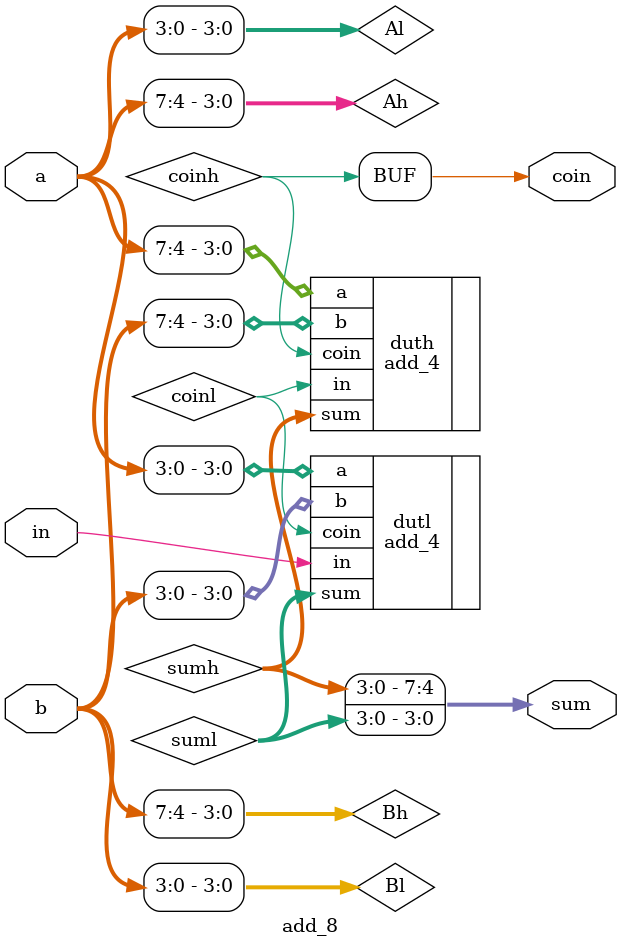
<source format=v>
module add_8(
    input [7:0] a,
    input [7:0] b,
    input		in,    
	output reg 		 coin,
	output reg [7:0] sum
);

parameter m=8;

wire [m/2-1:0] Al;
wire [m-1:m/2] Ah;
wire [m/2-1:0] Bl;
wire [m-1:m/2] Bh;

assign Al=a[m/2-1:0];
assign Ah=a[m-1:m/2];
assign Bl=b[m/2-1:0];
assign Bh=b[m-1:m/2];

wire [m/2-1:0] suml;
wire [m/2-1:0] sumh;
wire 		   coinl;
wire 		   coinh;


add_4	dutl(.a(Al), .b(Bl), .sum(suml), .in(in),     .coin(coinl));
add_4	duth(.a(Ah), .b(Bh), .sum(sumh), .in(coinl),  .coin(coinh));

always @(*) begin
	sum ={sumh,suml};
	coin =coinh;
end

endmodule
</source>
